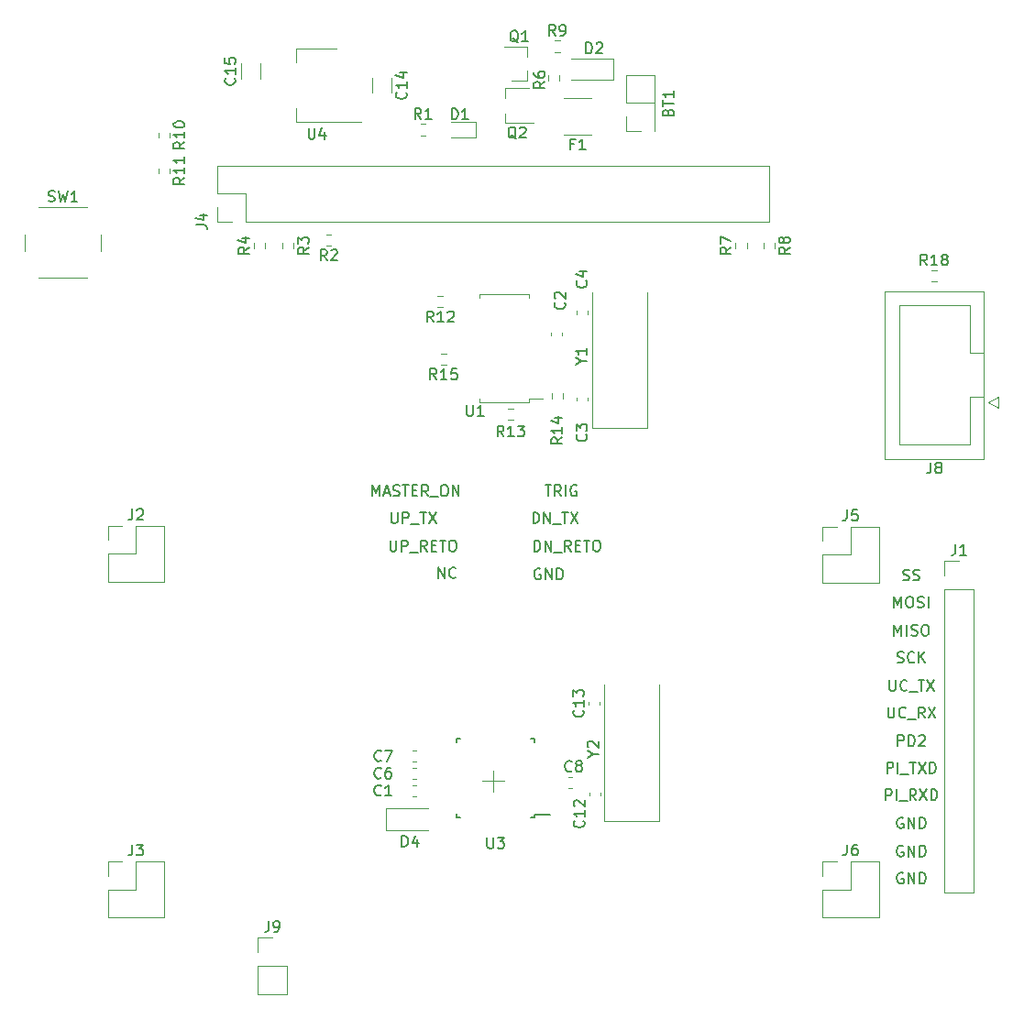
<source format=gto>
%TF.GenerationSoftware,KiCad,Pcbnew,(6.0.1)*%
%TF.CreationDate,2022-02-01T19:55:59+01:00*%
%TF.ProjectId,main_pcb,6d61696e-5f70-4636-922e-6b696361645f,rev?*%
%TF.SameCoordinates,PX8f0d180PY5f5e100*%
%TF.FileFunction,Legend,Top*%
%TF.FilePolarity,Positive*%
%FSLAX46Y46*%
G04 Gerber Fmt 4.6, Leading zero omitted, Abs format (unit mm)*
G04 Created by KiCad (PCBNEW (6.0.1)) date 2022-02-01 19:55:59*
%MOMM*%
%LPD*%
G01*
G04 APERTURE LIST*
%ADD10C,0.120000*%
%ADD11C,0.150000*%
G04 APERTURE END LIST*
D10*
X-1000000Y-23000000D02*
X1000000Y-23000000D01*
X0Y-22000000D02*
X0Y-24000000D01*
D11*
X4338095Y-3400000D02*
X4242857Y-3352380D01*
X4100000Y-3352380D01*
X3957142Y-3400000D01*
X3861904Y-3495238D01*
X3814285Y-3590476D01*
X3766666Y-3780952D01*
X3766666Y-3923809D01*
X3814285Y-4114285D01*
X3861904Y-4209523D01*
X3957142Y-4304761D01*
X4100000Y-4352380D01*
X4195238Y-4352380D01*
X4338095Y-4304761D01*
X4385714Y-4257142D01*
X4385714Y-3923809D01*
X4195238Y-3923809D01*
X4814285Y-4352380D02*
X4814285Y-3352380D01*
X5385714Y-4352380D01*
X5385714Y-3352380D01*
X5861904Y-4352380D02*
X5861904Y-3352380D01*
X6100000Y-3352380D01*
X6242857Y-3400000D01*
X6338095Y-3495238D01*
X6385714Y-3590476D01*
X6433333Y-3780952D01*
X6433333Y-3923809D01*
X6385714Y-4114285D01*
X6338095Y-4209523D01*
X6242857Y-4304761D01*
X6100000Y-4352380D01*
X5861904Y-4352380D01*
X37838095Y-4404761D02*
X37980952Y-4452380D01*
X38219047Y-4452380D01*
X38314285Y-4404761D01*
X38361904Y-4357142D01*
X38409523Y-4261904D01*
X38409523Y-4166666D01*
X38361904Y-4071428D01*
X38314285Y-4023809D01*
X38219047Y-3976190D01*
X38028571Y-3928571D01*
X37933333Y-3880952D01*
X37885714Y-3833333D01*
X37838095Y-3738095D01*
X37838095Y-3642857D01*
X37885714Y-3547619D01*
X37933333Y-3500000D01*
X38028571Y-3452380D01*
X38266666Y-3452380D01*
X38409523Y-3500000D01*
X38790476Y-4404761D02*
X38933333Y-4452380D01*
X39171428Y-4452380D01*
X39266666Y-4404761D01*
X39314285Y-4357142D01*
X39361904Y-4261904D01*
X39361904Y-4166666D01*
X39314285Y-4071428D01*
X39266666Y-4023809D01*
X39171428Y-3976190D01*
X38980952Y-3928571D01*
X38885714Y-3880952D01*
X38838095Y-3833333D01*
X38790476Y-3738095D01*
X38790476Y-3642857D01*
X38838095Y-3547619D01*
X38885714Y-3500000D01*
X38980952Y-3452380D01*
X39219047Y-3452380D01*
X39361904Y-3500000D01*
X37838095Y-26400000D02*
X37742857Y-26352380D01*
X37600000Y-26352380D01*
X37457142Y-26400000D01*
X37361904Y-26495238D01*
X37314285Y-26590476D01*
X37266666Y-26780952D01*
X37266666Y-26923809D01*
X37314285Y-27114285D01*
X37361904Y-27209523D01*
X37457142Y-27304761D01*
X37600000Y-27352380D01*
X37695238Y-27352380D01*
X37838095Y-27304761D01*
X37885714Y-27257142D01*
X37885714Y-26923809D01*
X37695238Y-26923809D01*
X38314285Y-27352380D02*
X38314285Y-26352380D01*
X38885714Y-27352380D01*
X38885714Y-26352380D01*
X39361904Y-27352380D02*
X39361904Y-26352380D01*
X39600000Y-26352380D01*
X39742857Y-26400000D01*
X39838095Y-26495238D01*
X39885714Y-26590476D01*
X39933333Y-26780952D01*
X39933333Y-26923809D01*
X39885714Y-27114285D01*
X39838095Y-27209523D01*
X39742857Y-27304761D01*
X39600000Y-27352380D01*
X39361904Y-27352380D01*
X36576190Y-13652380D02*
X36576190Y-14461904D01*
X36623809Y-14557142D01*
X36671428Y-14604761D01*
X36766666Y-14652380D01*
X36957142Y-14652380D01*
X37052380Y-14604761D01*
X37100000Y-14557142D01*
X37147619Y-14461904D01*
X37147619Y-13652380D01*
X38195238Y-14557142D02*
X38147619Y-14604761D01*
X38004761Y-14652380D01*
X37909523Y-14652380D01*
X37766666Y-14604761D01*
X37671428Y-14509523D01*
X37623809Y-14414285D01*
X37576190Y-14223809D01*
X37576190Y-14080952D01*
X37623809Y-13890476D01*
X37671428Y-13795238D01*
X37766666Y-13700000D01*
X37909523Y-13652380D01*
X38004761Y-13652380D01*
X38147619Y-13700000D01*
X38195238Y-13747619D01*
X38385714Y-14747619D02*
X39147619Y-14747619D01*
X39242857Y-13652380D02*
X39814285Y-13652380D01*
X39528571Y-14652380D02*
X39528571Y-13652380D01*
X40052380Y-13652380D02*
X40719047Y-14652380D01*
X40719047Y-13652380D02*
X40052380Y-14652380D01*
X37028571Y-9552380D02*
X37028571Y-8552380D01*
X37361904Y-9266666D01*
X37695238Y-8552380D01*
X37695238Y-9552380D01*
X38171428Y-9552380D02*
X38171428Y-8552380D01*
X38600000Y-9504761D02*
X38742857Y-9552380D01*
X38980952Y-9552380D01*
X39076190Y-9504761D01*
X39123809Y-9457142D01*
X39171428Y-9361904D01*
X39171428Y-9266666D01*
X39123809Y-9171428D01*
X39076190Y-9123809D01*
X38980952Y-9076190D01*
X38790476Y-9028571D01*
X38695238Y-8980952D01*
X38647619Y-8933333D01*
X38600000Y-8838095D01*
X38600000Y-8742857D01*
X38647619Y-8647619D01*
X38695238Y-8600000D01*
X38790476Y-8552380D01*
X39028571Y-8552380D01*
X39171428Y-8600000D01*
X39790476Y-8552380D02*
X39980952Y-8552380D01*
X40076190Y-8600000D01*
X40171428Y-8695238D01*
X40219047Y-8885714D01*
X40219047Y-9219047D01*
X40171428Y-9409523D01*
X40076190Y-9504761D01*
X39980952Y-9552380D01*
X39790476Y-9552380D01*
X39695238Y-9504761D01*
X39600000Y-9409523D01*
X39552380Y-9219047D01*
X39552380Y-8885714D01*
X39600000Y-8695238D01*
X39695238Y-8600000D01*
X39790476Y-8552380D01*
X37838095Y-31500000D02*
X37742857Y-31452380D01*
X37600000Y-31452380D01*
X37457142Y-31500000D01*
X37361904Y-31595238D01*
X37314285Y-31690476D01*
X37266666Y-31880952D01*
X37266666Y-32023809D01*
X37314285Y-32214285D01*
X37361904Y-32309523D01*
X37457142Y-32404761D01*
X37600000Y-32452380D01*
X37695238Y-32452380D01*
X37838095Y-32404761D01*
X37885714Y-32357142D01*
X37885714Y-32023809D01*
X37695238Y-32023809D01*
X38314285Y-32452380D02*
X38314285Y-31452380D01*
X38885714Y-32452380D01*
X38885714Y-31452380D01*
X39361904Y-32452380D02*
X39361904Y-31452380D01*
X39600000Y-31452380D01*
X39742857Y-31500000D01*
X39838095Y-31595238D01*
X39885714Y-31690476D01*
X39933333Y-31880952D01*
X39933333Y-32023809D01*
X39885714Y-32214285D01*
X39838095Y-32309523D01*
X39742857Y-32404761D01*
X39600000Y-32452380D01*
X39361904Y-32452380D01*
X3776190Y-1752380D02*
X3776190Y-752380D01*
X4014285Y-752380D01*
X4157142Y-800000D01*
X4252380Y-895238D01*
X4300000Y-990476D01*
X4347619Y-1180952D01*
X4347619Y-1323809D01*
X4300000Y-1514285D01*
X4252380Y-1609523D01*
X4157142Y-1704761D01*
X4014285Y-1752380D01*
X3776190Y-1752380D01*
X4776190Y-1752380D02*
X4776190Y-752380D01*
X5347619Y-1752380D01*
X5347619Y-752380D01*
X5585714Y-1847619D02*
X6347619Y-1847619D01*
X7157142Y-1752380D02*
X6823809Y-1276190D01*
X6585714Y-1752380D02*
X6585714Y-752380D01*
X6966666Y-752380D01*
X7061904Y-800000D01*
X7109523Y-847619D01*
X7157142Y-942857D01*
X7157142Y-1085714D01*
X7109523Y-1180952D01*
X7061904Y-1228571D01*
X6966666Y-1276190D01*
X6585714Y-1276190D01*
X7585714Y-1228571D02*
X7919047Y-1228571D01*
X8061904Y-1752380D02*
X7585714Y-1752380D01*
X7585714Y-752380D01*
X8061904Y-752380D01*
X8347619Y-752380D02*
X8919047Y-752380D01*
X8633333Y-1752380D02*
X8633333Y-752380D01*
X9442857Y-752380D02*
X9633333Y-752380D01*
X9728571Y-800000D01*
X9823809Y-895238D01*
X9871428Y-1085714D01*
X9871428Y-1419047D01*
X9823809Y-1609523D01*
X9728571Y-1704761D01*
X9633333Y-1752380D01*
X9442857Y-1752380D01*
X9347619Y-1704761D01*
X9252380Y-1609523D01*
X9204761Y-1419047D01*
X9204761Y-1085714D01*
X9252380Y-895238D01*
X9347619Y-800000D01*
X9442857Y-752380D01*
X-9423810Y1847620D02*
X-9423810Y1038096D01*
X-9376191Y942858D01*
X-9328572Y895239D01*
X-9233334Y847620D01*
X-9042858Y847620D01*
X-8947620Y895239D01*
X-8900000Y942858D01*
X-8852381Y1038096D01*
X-8852381Y1847620D01*
X-8376191Y847620D02*
X-8376191Y1847620D01*
X-7995239Y1847620D01*
X-7900000Y1800000D01*
X-7852381Y1752381D01*
X-7804762Y1657143D01*
X-7804762Y1514286D01*
X-7852381Y1419048D01*
X-7900000Y1371429D01*
X-7995239Y1323810D01*
X-8376191Y1323810D01*
X-7614286Y752381D02*
X-6852381Y752381D01*
X-6757143Y1847620D02*
X-6185715Y1847620D01*
X-6471429Y847620D02*
X-6471429Y1847620D01*
X-5947620Y1847620D02*
X-5280953Y847620D01*
X-5280953Y1847620D02*
X-5947620Y847620D01*
X37314285Y-12004761D02*
X37457142Y-12052380D01*
X37695238Y-12052380D01*
X37790476Y-12004761D01*
X37838095Y-11957142D01*
X37885714Y-11861904D01*
X37885714Y-11766666D01*
X37838095Y-11671428D01*
X37790476Y-11623809D01*
X37695238Y-11576190D01*
X37504761Y-11528571D01*
X37409523Y-11480952D01*
X37361904Y-11433333D01*
X37314285Y-11338095D01*
X37314285Y-11242857D01*
X37361904Y-11147619D01*
X37409523Y-11100000D01*
X37504761Y-11052380D01*
X37742857Y-11052380D01*
X37885714Y-11100000D01*
X38885714Y-11957142D02*
X38838095Y-12004761D01*
X38695238Y-12052380D01*
X38600000Y-12052380D01*
X38457142Y-12004761D01*
X38361904Y-11909523D01*
X38314285Y-11814285D01*
X38266666Y-11623809D01*
X38266666Y-11480952D01*
X38314285Y-11290476D01*
X38361904Y-11195238D01*
X38457142Y-11100000D01*
X38600000Y-11052380D01*
X38695238Y-11052380D01*
X38838095Y-11100000D01*
X38885714Y-11147619D01*
X39314285Y-12052380D02*
X39314285Y-11052380D01*
X39885714Y-12052380D02*
X39457142Y-11480952D01*
X39885714Y-11052380D02*
X39314285Y-11623809D01*
X37361904Y-19752380D02*
X37361904Y-18752380D01*
X37742857Y-18752380D01*
X37838095Y-18800000D01*
X37885714Y-18847619D01*
X37933333Y-18942857D01*
X37933333Y-19085714D01*
X37885714Y-19180952D01*
X37838095Y-19228571D01*
X37742857Y-19276190D01*
X37361904Y-19276190D01*
X38361904Y-19752380D02*
X38361904Y-18752380D01*
X38600000Y-18752380D01*
X38742857Y-18800000D01*
X38838095Y-18895238D01*
X38885714Y-18990476D01*
X38933333Y-19180952D01*
X38933333Y-19323809D01*
X38885714Y-19514285D01*
X38838095Y-19609523D01*
X38742857Y-19704761D01*
X38600000Y-19752380D01*
X38361904Y-19752380D01*
X39314285Y-18847619D02*
X39361904Y-18800000D01*
X39457142Y-18752380D01*
X39695238Y-18752380D01*
X39790476Y-18800000D01*
X39838095Y-18847619D01*
X39885714Y-18942857D01*
X39885714Y-19038095D01*
X39838095Y-19180952D01*
X39266666Y-19752380D01*
X39885714Y-19752380D01*
X4776190Y4347620D02*
X5347619Y4347620D01*
X5061904Y3347620D02*
X5061904Y4347620D01*
X6252380Y3347620D02*
X5919047Y3823810D01*
X5680952Y3347620D02*
X5680952Y4347620D01*
X6061904Y4347620D01*
X6157142Y4300000D01*
X6204761Y4252381D01*
X6252380Y4157143D01*
X6252380Y4014286D01*
X6204761Y3919048D01*
X6157142Y3871429D01*
X6061904Y3823810D01*
X5680952Y3823810D01*
X6680952Y3347620D02*
X6680952Y4347620D01*
X7680952Y4300000D02*
X7585714Y4347620D01*
X7442857Y4347620D01*
X7300000Y4300000D01*
X7204761Y4204762D01*
X7157142Y4109524D01*
X7109523Y3919048D01*
X7109523Y3776191D01*
X7157142Y3585715D01*
X7204761Y3490477D01*
X7300000Y3395239D01*
X7442857Y3347620D01*
X7538095Y3347620D01*
X7680952Y3395239D01*
X7728571Y3442858D01*
X7728571Y3776191D01*
X7538095Y3776191D01*
X3676190Y847620D02*
X3676190Y1847620D01*
X3914285Y1847620D01*
X4057142Y1800000D01*
X4152380Y1704762D01*
X4200000Y1609524D01*
X4247619Y1419048D01*
X4247619Y1276191D01*
X4200000Y1085715D01*
X4152380Y990477D01*
X4057142Y895239D01*
X3914285Y847620D01*
X3676190Y847620D01*
X4676190Y847620D02*
X4676190Y1847620D01*
X5247619Y847620D01*
X5247619Y1847620D01*
X5485714Y752381D02*
X6247619Y752381D01*
X6342857Y1847620D02*
X6914285Y1847620D01*
X6628571Y847620D02*
X6628571Y1847620D01*
X7152380Y1847620D02*
X7819047Y847620D01*
X7819047Y1847620D02*
X7152380Y847620D01*
X37028571Y-6952380D02*
X37028571Y-5952380D01*
X37361904Y-6666666D01*
X37695238Y-5952380D01*
X37695238Y-6952380D01*
X38361904Y-5952380D02*
X38552380Y-5952380D01*
X38647619Y-6000000D01*
X38742857Y-6095238D01*
X38790476Y-6285714D01*
X38790476Y-6619047D01*
X38742857Y-6809523D01*
X38647619Y-6904761D01*
X38552380Y-6952380D01*
X38361904Y-6952380D01*
X38266666Y-6904761D01*
X38171428Y-6809523D01*
X38123809Y-6619047D01*
X38123809Y-6285714D01*
X38171428Y-6095238D01*
X38266666Y-6000000D01*
X38361904Y-5952380D01*
X39171428Y-6904761D02*
X39314285Y-6952380D01*
X39552380Y-6952380D01*
X39647619Y-6904761D01*
X39695238Y-6857142D01*
X39742857Y-6761904D01*
X39742857Y-6666666D01*
X39695238Y-6571428D01*
X39647619Y-6523809D01*
X39552380Y-6476190D01*
X39361904Y-6428571D01*
X39266666Y-6380952D01*
X39219047Y-6333333D01*
X39171428Y-6238095D01*
X39171428Y-6142857D01*
X39219047Y-6047619D01*
X39266666Y-6000000D01*
X39361904Y-5952380D01*
X39600000Y-5952380D01*
X39742857Y-6000000D01*
X40171428Y-6952380D02*
X40171428Y-5952380D01*
X-11200000Y3347620D02*
X-11200000Y4347620D01*
X-10866667Y3633334D01*
X-10533334Y4347620D01*
X-10533334Y3347620D01*
X-10104762Y3633334D02*
X-9628572Y3633334D01*
X-10200000Y3347620D02*
X-9866667Y4347620D01*
X-9533334Y3347620D01*
X-9247620Y3395239D02*
X-9104762Y3347620D01*
X-8866667Y3347620D01*
X-8771429Y3395239D01*
X-8723810Y3442858D01*
X-8676191Y3538096D01*
X-8676191Y3633334D01*
X-8723810Y3728572D01*
X-8771429Y3776191D01*
X-8866667Y3823810D01*
X-9057143Y3871429D01*
X-9152381Y3919048D01*
X-9200000Y3966667D01*
X-9247620Y4061905D01*
X-9247620Y4157143D01*
X-9200000Y4252381D01*
X-9152381Y4300000D01*
X-9057143Y4347620D01*
X-8819048Y4347620D01*
X-8676191Y4300000D01*
X-8390477Y4347620D02*
X-7819048Y4347620D01*
X-8104762Y3347620D02*
X-8104762Y4347620D01*
X-7485715Y3871429D02*
X-7152381Y3871429D01*
X-7009524Y3347620D02*
X-7485715Y3347620D01*
X-7485715Y4347620D01*
X-7009524Y4347620D01*
X-6009524Y3347620D02*
X-6342858Y3823810D01*
X-6580953Y3347620D02*
X-6580953Y4347620D01*
X-6200000Y4347620D01*
X-6104762Y4300000D01*
X-6057143Y4252381D01*
X-6009524Y4157143D01*
X-6009524Y4014286D01*
X-6057143Y3919048D01*
X-6104762Y3871429D01*
X-6200000Y3823810D01*
X-6580953Y3823810D01*
X-5819048Y3252381D02*
X-5057143Y3252381D01*
X-4628572Y4347620D02*
X-4438096Y4347620D01*
X-4342858Y4300000D01*
X-4247620Y4204762D01*
X-4200000Y4014286D01*
X-4200000Y3680953D01*
X-4247620Y3490477D01*
X-4342858Y3395239D01*
X-4438096Y3347620D01*
X-4628572Y3347620D01*
X-4723810Y3395239D01*
X-4819048Y3490477D01*
X-4866667Y3680953D01*
X-4866667Y4014286D01*
X-4819048Y4204762D01*
X-4723810Y4300000D01*
X-4628572Y4347620D01*
X-3771429Y3347620D02*
X-3771429Y4347620D01*
X-3200000Y3347620D01*
X-3200000Y4347620D01*
X-5085715Y-4252380D02*
X-5085715Y-3252380D01*
X-4514286Y-4252380D01*
X-4514286Y-3252380D01*
X-3466667Y-4157142D02*
X-3514286Y-4204761D01*
X-3657143Y-4252380D01*
X-3752381Y-4252380D01*
X-3895239Y-4204761D01*
X-3990477Y-4109523D01*
X-4038096Y-4014285D01*
X-4085715Y-3823809D01*
X-4085715Y-3680952D01*
X-4038096Y-3490476D01*
X-3990477Y-3395238D01*
X-3895239Y-3300000D01*
X-3752381Y-3252380D01*
X-3657143Y-3252380D01*
X-3514286Y-3300000D01*
X-3466667Y-3347619D01*
X-9523810Y-752380D02*
X-9523810Y-1561904D01*
X-9476191Y-1657142D01*
X-9428572Y-1704761D01*
X-9333334Y-1752380D01*
X-9142858Y-1752380D01*
X-9047620Y-1704761D01*
X-9000000Y-1657142D01*
X-8952381Y-1561904D01*
X-8952381Y-752380D01*
X-8476191Y-1752380D02*
X-8476191Y-752380D01*
X-8095239Y-752380D01*
X-8000000Y-800000D01*
X-7952381Y-847619D01*
X-7904762Y-942857D01*
X-7904762Y-1085714D01*
X-7952381Y-1180952D01*
X-8000000Y-1228571D01*
X-8095239Y-1276190D01*
X-8476191Y-1276190D01*
X-7714286Y-1847619D02*
X-6952381Y-1847619D01*
X-6142858Y-1752380D02*
X-6476191Y-1276190D01*
X-6714286Y-1752380D02*
X-6714286Y-752380D01*
X-6333334Y-752380D01*
X-6238096Y-800000D01*
X-6190477Y-847619D01*
X-6142858Y-942857D01*
X-6142858Y-1085714D01*
X-6190477Y-1180952D01*
X-6238096Y-1228571D01*
X-6333334Y-1276190D01*
X-6714286Y-1276190D01*
X-5714286Y-1228571D02*
X-5380953Y-1228571D01*
X-5238096Y-1752380D02*
X-5714286Y-1752380D01*
X-5714286Y-752380D01*
X-5238096Y-752380D01*
X-4952381Y-752380D02*
X-4380953Y-752380D01*
X-4666667Y-1752380D02*
X-4666667Y-752380D01*
X-3857143Y-752380D02*
X-3666667Y-752380D01*
X-3571429Y-800000D01*
X-3476191Y-895238D01*
X-3428572Y-1085714D01*
X-3428572Y-1419047D01*
X-3476191Y-1609523D01*
X-3571429Y-1704761D01*
X-3666667Y-1752380D01*
X-3857143Y-1752380D01*
X-3952381Y-1704761D01*
X-4047620Y-1609523D01*
X-4095239Y-1419047D01*
X-4095239Y-1085714D01*
X-4047620Y-895238D01*
X-3952381Y-800000D01*
X-3857143Y-752380D01*
X37838095Y-29000000D02*
X37742857Y-28952380D01*
X37600000Y-28952380D01*
X37457142Y-29000000D01*
X37361904Y-29095238D01*
X37314285Y-29190476D01*
X37266666Y-29380952D01*
X37266666Y-29523809D01*
X37314285Y-29714285D01*
X37361904Y-29809523D01*
X37457142Y-29904761D01*
X37600000Y-29952380D01*
X37695238Y-29952380D01*
X37838095Y-29904761D01*
X37885714Y-29857142D01*
X37885714Y-29523809D01*
X37695238Y-29523809D01*
X38314285Y-29952380D02*
X38314285Y-28952380D01*
X38885714Y-29952380D01*
X38885714Y-28952380D01*
X39361904Y-29952380D02*
X39361904Y-28952380D01*
X39600000Y-28952380D01*
X39742857Y-29000000D01*
X39838095Y-29095238D01*
X39885714Y-29190476D01*
X39933333Y-29380952D01*
X39933333Y-29523809D01*
X39885714Y-29714285D01*
X39838095Y-29809523D01*
X39742857Y-29904761D01*
X39600000Y-29952380D01*
X39361904Y-29952380D01*
X36361904Y-22252380D02*
X36361904Y-21252380D01*
X36742857Y-21252380D01*
X36838095Y-21300000D01*
X36885714Y-21347619D01*
X36933333Y-21442857D01*
X36933333Y-21585714D01*
X36885714Y-21680952D01*
X36838095Y-21728571D01*
X36742857Y-21776190D01*
X36361904Y-21776190D01*
X37361904Y-22252380D02*
X37361904Y-21252380D01*
X37600000Y-22347619D02*
X38361904Y-22347619D01*
X38457142Y-21252380D02*
X39028571Y-21252380D01*
X38742857Y-22252380D02*
X38742857Y-21252380D01*
X39266666Y-21252380D02*
X39933333Y-22252380D01*
X39933333Y-21252380D02*
X39266666Y-22252380D01*
X40314285Y-22252380D02*
X40314285Y-21252380D01*
X40552380Y-21252380D01*
X40695238Y-21300000D01*
X40790476Y-21395238D01*
X40838095Y-21490476D01*
X40885714Y-21680952D01*
X40885714Y-21823809D01*
X40838095Y-22014285D01*
X40790476Y-22109523D01*
X40695238Y-22204761D01*
X40552380Y-22252380D01*
X40314285Y-22252380D01*
X36242857Y-24752380D02*
X36242857Y-23752380D01*
X36623809Y-23752380D01*
X36719047Y-23800000D01*
X36766666Y-23847619D01*
X36814285Y-23942857D01*
X36814285Y-24085714D01*
X36766666Y-24180952D01*
X36719047Y-24228571D01*
X36623809Y-24276190D01*
X36242857Y-24276190D01*
X37242857Y-24752380D02*
X37242857Y-23752380D01*
X37480952Y-24847619D02*
X38242857Y-24847619D01*
X39052380Y-24752380D02*
X38719047Y-24276190D01*
X38480952Y-24752380D02*
X38480952Y-23752380D01*
X38861904Y-23752380D01*
X38957142Y-23800000D01*
X39004761Y-23847619D01*
X39052380Y-23942857D01*
X39052380Y-24085714D01*
X39004761Y-24180952D01*
X38957142Y-24228571D01*
X38861904Y-24276190D01*
X38480952Y-24276190D01*
X39385714Y-23752380D02*
X40052380Y-24752380D01*
X40052380Y-23752380D02*
X39385714Y-24752380D01*
X40433333Y-24752380D02*
X40433333Y-23752380D01*
X40671428Y-23752380D01*
X40814285Y-23800000D01*
X40909523Y-23895238D01*
X40957142Y-23990476D01*
X41004761Y-24180952D01*
X41004761Y-24323809D01*
X40957142Y-24514285D01*
X40909523Y-24609523D01*
X40814285Y-24704761D01*
X40671428Y-24752380D01*
X40433333Y-24752380D01*
X36457142Y-16152380D02*
X36457142Y-16961904D01*
X36504761Y-17057142D01*
X36552380Y-17104761D01*
X36647619Y-17152380D01*
X36838095Y-17152380D01*
X36933333Y-17104761D01*
X36980952Y-17057142D01*
X37028571Y-16961904D01*
X37028571Y-16152380D01*
X38076190Y-17057142D02*
X38028571Y-17104761D01*
X37885714Y-17152380D01*
X37790476Y-17152380D01*
X37647619Y-17104761D01*
X37552380Y-17009523D01*
X37504761Y-16914285D01*
X37457142Y-16723809D01*
X37457142Y-16580952D01*
X37504761Y-16390476D01*
X37552380Y-16295238D01*
X37647619Y-16200000D01*
X37790476Y-16152380D01*
X37885714Y-16152380D01*
X38028571Y-16200000D01*
X38076190Y-16247619D01*
X38266666Y-17247619D02*
X39028571Y-17247619D01*
X39838095Y-17152380D02*
X39504761Y-16676190D01*
X39266666Y-17152380D02*
X39266666Y-16152380D01*
X39647619Y-16152380D01*
X39742857Y-16200000D01*
X39790476Y-16247619D01*
X39838095Y-16342857D01*
X39838095Y-16485714D01*
X39790476Y-16580952D01*
X39742857Y-16628571D01*
X39647619Y-16676190D01*
X39266666Y-16676190D01*
X40171428Y-16152380D02*
X40838095Y-17152380D01*
X40838095Y-16152380D02*
X40171428Y-17152380D01*
%TO.C,BT1*%
X16128571Y38814286D02*
X16176190Y38957143D01*
X16223809Y39004762D01*
X16319047Y39052381D01*
X16461904Y39052381D01*
X16557142Y39004762D01*
X16604761Y38957143D01*
X16652380Y38861905D01*
X16652380Y38480953D01*
X15652380Y38480953D01*
X15652380Y38814286D01*
X15700000Y38909524D01*
X15747619Y38957143D01*
X15842857Y39004762D01*
X15938095Y39004762D01*
X16033333Y38957143D01*
X16080952Y38909524D01*
X16128571Y38814286D01*
X16128571Y38480953D01*
X15652380Y39338096D02*
X15652380Y39909524D01*
X16652380Y39623810D02*
X15652380Y39623810D01*
X16652380Y40766667D02*
X16652380Y40195239D01*
X16652380Y40480953D02*
X15652380Y40480953D01*
X15795238Y40385715D01*
X15890476Y40290477D01*
X15938095Y40195239D01*
%TO.C,C1*%
X-10366667Y-24257142D02*
X-10414286Y-24304761D01*
X-10557143Y-24352380D01*
X-10652381Y-24352380D01*
X-10795239Y-24304761D01*
X-10890477Y-24209523D01*
X-10938096Y-24114285D01*
X-10985715Y-23923809D01*
X-10985715Y-23780952D01*
X-10938096Y-23590476D01*
X-10890477Y-23495238D01*
X-10795239Y-23400000D01*
X-10652381Y-23352380D01*
X-10557143Y-23352380D01*
X-10414286Y-23400000D01*
X-10366667Y-23447619D01*
X-9414286Y-24352380D02*
X-9985715Y-24352380D01*
X-9700000Y-24352380D02*
X-9700000Y-23352380D01*
X-9795239Y-23495238D01*
X-9890477Y-23590476D01*
X-9985715Y-23638095D01*
%TO.C,C4*%
X8557142Y23233334D02*
X8604761Y23185715D01*
X8652380Y23042858D01*
X8652380Y22947620D01*
X8604761Y22804762D01*
X8509523Y22709524D01*
X8414285Y22661905D01*
X8223809Y22614286D01*
X8080952Y22614286D01*
X7890476Y22661905D01*
X7795238Y22709524D01*
X7700000Y22804762D01*
X7652380Y22947620D01*
X7652380Y23042858D01*
X7700000Y23185715D01*
X7747619Y23233334D01*
X7985714Y24090477D02*
X8652380Y24090477D01*
X7604761Y23852381D02*
X8319047Y23614286D01*
X8319047Y24233334D01*
%TO.C,C6*%
X-10366667Y-22657142D02*
X-10414286Y-22704761D01*
X-10557143Y-22752380D01*
X-10652381Y-22752380D01*
X-10795239Y-22704761D01*
X-10890477Y-22609523D01*
X-10938096Y-22514285D01*
X-10985715Y-22323809D01*
X-10985715Y-22180952D01*
X-10938096Y-21990476D01*
X-10890477Y-21895238D01*
X-10795239Y-21800000D01*
X-10652381Y-21752380D01*
X-10557143Y-21752380D01*
X-10414286Y-21800000D01*
X-10366667Y-21847619D01*
X-9509524Y-21752380D02*
X-9700000Y-21752380D01*
X-9795239Y-21800000D01*
X-9842858Y-21847619D01*
X-9938096Y-21990476D01*
X-9985715Y-22180952D01*
X-9985715Y-22561904D01*
X-9938096Y-22657142D01*
X-9890477Y-22704761D01*
X-9795239Y-22752380D01*
X-9604762Y-22752380D01*
X-9509524Y-22704761D01*
X-9461905Y-22657142D01*
X-9414286Y-22561904D01*
X-9414286Y-22323809D01*
X-9461905Y-22228571D01*
X-9509524Y-22180952D01*
X-9604762Y-22133333D01*
X-9795239Y-22133333D01*
X-9890477Y-22180952D01*
X-9938096Y-22228571D01*
X-9985715Y-22323809D01*
%TO.C,C7*%
X-10366667Y-21057142D02*
X-10414286Y-21104761D01*
X-10557143Y-21152380D01*
X-10652381Y-21152380D01*
X-10795239Y-21104761D01*
X-10890477Y-21009523D01*
X-10938096Y-20914285D01*
X-10985715Y-20723809D01*
X-10985715Y-20580952D01*
X-10938096Y-20390476D01*
X-10890477Y-20295238D01*
X-10795239Y-20200000D01*
X-10652381Y-20152380D01*
X-10557143Y-20152380D01*
X-10414286Y-20200000D01*
X-10366667Y-20247619D01*
X-10033334Y-20152380D02*
X-9366667Y-20152380D01*
X-9795239Y-21152380D01*
%TO.C,C12*%
X8327142Y-26642857D02*
X8374761Y-26690476D01*
X8422380Y-26833333D01*
X8422380Y-26928571D01*
X8374761Y-27071428D01*
X8279523Y-27166666D01*
X8184285Y-27214285D01*
X7993809Y-27261904D01*
X7850952Y-27261904D01*
X7660476Y-27214285D01*
X7565238Y-27166666D01*
X7470000Y-27071428D01*
X7422380Y-26928571D01*
X7422380Y-26833333D01*
X7470000Y-26690476D01*
X7517619Y-26642857D01*
X8422380Y-25690476D02*
X8422380Y-26261904D01*
X8422380Y-25976190D02*
X7422380Y-25976190D01*
X7565238Y-26071428D01*
X7660476Y-26166666D01*
X7708095Y-26261904D01*
X7517619Y-25309523D02*
X7470000Y-25261904D01*
X7422380Y-25166666D01*
X7422380Y-24928571D01*
X7470000Y-24833333D01*
X7517619Y-24785714D01*
X7612857Y-24738095D01*
X7708095Y-24738095D01*
X7850952Y-24785714D01*
X8422380Y-25357142D01*
X8422380Y-24738095D01*
%TO.C,C13*%
X8257142Y-16442857D02*
X8304761Y-16490476D01*
X8352380Y-16633333D01*
X8352380Y-16728571D01*
X8304761Y-16871428D01*
X8209523Y-16966666D01*
X8114285Y-17014285D01*
X7923809Y-17061904D01*
X7780952Y-17061904D01*
X7590476Y-17014285D01*
X7495238Y-16966666D01*
X7400000Y-16871428D01*
X7352380Y-16728571D01*
X7352380Y-16633333D01*
X7400000Y-16490476D01*
X7447619Y-16442857D01*
X8352380Y-15490476D02*
X8352380Y-16061904D01*
X8352380Y-15776190D02*
X7352380Y-15776190D01*
X7495238Y-15871428D01*
X7590476Y-15966666D01*
X7638095Y-16061904D01*
X7352380Y-15157142D02*
X7352380Y-14538095D01*
X7733333Y-14871428D01*
X7733333Y-14728571D01*
X7780952Y-14633333D01*
X7828571Y-14585714D01*
X7923809Y-14538095D01*
X8161904Y-14538095D01*
X8257142Y-14585714D01*
X8304761Y-14633333D01*
X8352380Y-14728571D01*
X8352380Y-15014285D01*
X8304761Y-15109523D01*
X8257142Y-15157142D01*
%TO.C,C14*%
X-8092858Y40657143D02*
X-8045239Y40609524D01*
X-7997620Y40466667D01*
X-7997620Y40371429D01*
X-8045239Y40228572D01*
X-8140477Y40133334D01*
X-8235715Y40085715D01*
X-8426191Y40038096D01*
X-8569048Y40038096D01*
X-8759524Y40085715D01*
X-8854762Y40133334D01*
X-8950000Y40228572D01*
X-8997620Y40371429D01*
X-8997620Y40466667D01*
X-8950000Y40609524D01*
X-8902381Y40657143D01*
X-7997620Y41609524D02*
X-7997620Y41038096D01*
X-7997620Y41323810D02*
X-8997620Y41323810D01*
X-8854762Y41228572D01*
X-8759524Y41133334D01*
X-8711905Y41038096D01*
X-8664286Y42466667D02*
X-7997620Y42466667D01*
X-9045239Y42228572D02*
X-8330953Y41990477D01*
X-8330953Y42609524D01*
%TO.C,C15*%
X-23892858Y41957143D02*
X-23845239Y41909524D01*
X-23797620Y41766667D01*
X-23797620Y41671429D01*
X-23845239Y41528572D01*
X-23940477Y41433334D01*
X-24035715Y41385715D01*
X-24226191Y41338096D01*
X-24369048Y41338096D01*
X-24559524Y41385715D01*
X-24654762Y41433334D01*
X-24750000Y41528572D01*
X-24797620Y41671429D01*
X-24797620Y41766667D01*
X-24750000Y41909524D01*
X-24702381Y41957143D01*
X-23797620Y42909524D02*
X-23797620Y42338096D01*
X-23797620Y42623810D02*
X-24797620Y42623810D01*
X-24654762Y42528572D01*
X-24559524Y42433334D01*
X-24511905Y42338096D01*
X-24797620Y43814286D02*
X-24797620Y43338096D01*
X-24321429Y43290477D01*
X-24369048Y43338096D01*
X-24416667Y43433334D01*
X-24416667Y43671429D01*
X-24369048Y43766667D01*
X-24321429Y43814286D01*
X-24226191Y43861905D01*
X-23988096Y43861905D01*
X-23892858Y43814286D01*
X-23845239Y43766667D01*
X-23797620Y43671429D01*
X-23797620Y43433334D01*
X-23845239Y43338096D01*
X-23892858Y43290477D01*
%TO.C,D2*%
X8561904Y44247620D02*
X8561904Y45247620D01*
X8800000Y45247620D01*
X8942857Y45200000D01*
X9038095Y45104762D01*
X9085714Y45009524D01*
X9133333Y44819048D01*
X9133333Y44676191D01*
X9085714Y44485715D01*
X9038095Y44390477D01*
X8942857Y44295239D01*
X8800000Y44247620D01*
X8561904Y44247620D01*
X9514285Y45152381D02*
X9561904Y45200000D01*
X9657142Y45247620D01*
X9895238Y45247620D01*
X9990476Y45200000D01*
X10038095Y45152381D01*
X10085714Y45057143D01*
X10085714Y44961905D01*
X10038095Y44819048D01*
X9466666Y44247620D01*
X10085714Y44247620D01*
%TO.C,F1*%
X7466666Y35871429D02*
X7133333Y35871429D01*
X7133333Y35347620D02*
X7133333Y36347620D01*
X7609523Y36347620D01*
X8514285Y35347620D02*
X7942857Y35347620D01*
X8228571Y35347620D02*
X8228571Y36347620D01*
X8133333Y36204762D01*
X8038095Y36109524D01*
X7942857Y36061905D01*
%TO.C,J1*%
X42666666Y-1122380D02*
X42666666Y-1836666D01*
X42619047Y-1979523D01*
X42523809Y-2074761D01*
X42380952Y-2122380D01*
X42285714Y-2122380D01*
X43666666Y-2122380D02*
X43095238Y-2122380D01*
X43380952Y-2122380D02*
X43380952Y-1122380D01*
X43285714Y-1265238D01*
X43190476Y-1360476D01*
X43095238Y-1408095D01*
%TO.C,J2*%
X-33333334Y2147620D02*
X-33333334Y1433334D01*
X-33380953Y1290477D01*
X-33476191Y1195239D01*
X-33619048Y1147620D01*
X-33714286Y1147620D01*
X-32904762Y2052381D02*
X-32857143Y2100000D01*
X-32761905Y2147620D01*
X-32523810Y2147620D01*
X-32428572Y2100000D01*
X-32380953Y2052381D01*
X-32333334Y1957143D01*
X-32333334Y1861905D01*
X-32380953Y1719048D01*
X-32952381Y1147620D01*
X-32333334Y1147620D01*
%TO.C,J3*%
X-33333334Y-28852380D02*
X-33333334Y-29566666D01*
X-33380953Y-29709523D01*
X-33476191Y-29804761D01*
X-33619048Y-29852380D01*
X-33714286Y-29852380D01*
X-32952381Y-28852380D02*
X-32333334Y-28852380D01*
X-32666667Y-29233333D01*
X-32523810Y-29233333D01*
X-32428572Y-29280952D01*
X-32380953Y-29328571D01*
X-32333334Y-29423809D01*
X-32333334Y-29661904D01*
X-32380953Y-29757142D01*
X-32428572Y-29804761D01*
X-32523810Y-29852380D01*
X-32809524Y-29852380D01*
X-32904762Y-29804761D01*
X-32952381Y-29757142D01*
%TO.C,J5*%
X32666666Y2077620D02*
X32666666Y1363334D01*
X32619047Y1220477D01*
X32523809Y1125239D01*
X32380952Y1077620D01*
X32285714Y1077620D01*
X33619047Y2077620D02*
X33142857Y2077620D01*
X33095238Y1601429D01*
X33142857Y1649048D01*
X33238095Y1696667D01*
X33476190Y1696667D01*
X33571428Y1649048D01*
X33619047Y1601429D01*
X33666666Y1506191D01*
X33666666Y1268096D01*
X33619047Y1172858D01*
X33571428Y1125239D01*
X33476190Y1077620D01*
X33238095Y1077620D01*
X33142857Y1125239D01*
X33095238Y1172858D01*
%TO.C,J6*%
X32666666Y-28852380D02*
X32666666Y-29566666D01*
X32619047Y-29709523D01*
X32523809Y-29804761D01*
X32380952Y-29852380D01*
X32285714Y-29852380D01*
X33571428Y-28852380D02*
X33380952Y-28852380D01*
X33285714Y-28900000D01*
X33238095Y-28947619D01*
X33142857Y-29090476D01*
X33095238Y-29280952D01*
X33095238Y-29661904D01*
X33142857Y-29757142D01*
X33190476Y-29804761D01*
X33285714Y-29852380D01*
X33476190Y-29852380D01*
X33571428Y-29804761D01*
X33619047Y-29757142D01*
X33666666Y-29661904D01*
X33666666Y-29423809D01*
X33619047Y-29328571D01*
X33571428Y-29280952D01*
X33476190Y-29233333D01*
X33285714Y-29233333D01*
X33190476Y-29280952D01*
X33142857Y-29328571D01*
X33095238Y-29423809D01*
%TO.C,J8*%
X40396666Y6447620D02*
X40396666Y5733334D01*
X40349047Y5590477D01*
X40253809Y5495239D01*
X40110952Y5447620D01*
X40015714Y5447620D01*
X41015714Y6019048D02*
X40920476Y6066667D01*
X40872857Y6114286D01*
X40825238Y6209524D01*
X40825238Y6257143D01*
X40872857Y6352381D01*
X40920476Y6400000D01*
X41015714Y6447620D01*
X41206190Y6447620D01*
X41301428Y6400000D01*
X41349047Y6352381D01*
X41396666Y6257143D01*
X41396666Y6209524D01*
X41349047Y6114286D01*
X41301428Y6066667D01*
X41206190Y6019048D01*
X41015714Y6019048D01*
X40920476Y5971429D01*
X40872857Y5923810D01*
X40825238Y5828572D01*
X40825238Y5638096D01*
X40872857Y5542858D01*
X40920476Y5495239D01*
X41015714Y5447620D01*
X41206190Y5447620D01*
X41301428Y5495239D01*
X41349047Y5542858D01*
X41396666Y5638096D01*
X41396666Y5828572D01*
X41349047Y5923810D01*
X41301428Y5971429D01*
X41206190Y6019048D01*
%TO.C,Q1*%
X2304761Y45252381D02*
X2209523Y45300000D01*
X2114285Y45395239D01*
X1971428Y45538096D01*
X1876190Y45585715D01*
X1780952Y45585715D01*
X1828571Y45347620D02*
X1733333Y45395239D01*
X1638095Y45490477D01*
X1590476Y45680953D01*
X1590476Y46014286D01*
X1638095Y46204762D01*
X1733333Y46300000D01*
X1828571Y46347620D01*
X2019047Y46347620D01*
X2114285Y46300000D01*
X2209523Y46204762D01*
X2257142Y46014286D01*
X2257142Y45680953D01*
X2209523Y45490477D01*
X2114285Y45395239D01*
X2019047Y45347620D01*
X1828571Y45347620D01*
X3209523Y45347620D02*
X2638095Y45347620D01*
X2923809Y45347620D02*
X2923809Y46347620D01*
X2828571Y46204762D01*
X2733333Y46109524D01*
X2638095Y46061905D01*
%TO.C,R2*%
X-15366667Y25117620D02*
X-15700000Y25593810D01*
X-15938096Y25117620D02*
X-15938096Y26117620D01*
X-15557143Y26117620D01*
X-15461905Y26070000D01*
X-15414286Y26022381D01*
X-15366667Y25927143D01*
X-15366667Y25784286D01*
X-15414286Y25689048D01*
X-15461905Y25641429D01*
X-15557143Y25593810D01*
X-15938096Y25593810D01*
X-14985715Y26022381D02*
X-14938096Y26070000D01*
X-14842858Y26117620D01*
X-14604762Y26117620D01*
X-14509524Y26070000D01*
X-14461905Y26022381D01*
X-14414286Y25927143D01*
X-14414286Y25831905D01*
X-14461905Y25689048D01*
X-15033334Y25117620D01*
X-14414286Y25117620D01*
%TO.C,R6*%
X4752380Y41633334D02*
X4276190Y41300000D01*
X4752380Y41061905D02*
X3752380Y41061905D01*
X3752380Y41442858D01*
X3800000Y41538096D01*
X3847619Y41585715D01*
X3942857Y41633334D01*
X4085714Y41633334D01*
X4180952Y41585715D01*
X4228571Y41538096D01*
X4276190Y41442858D01*
X4276190Y41061905D01*
X3752380Y42490477D02*
X3752380Y42300000D01*
X3800000Y42204762D01*
X3847619Y42157143D01*
X3990476Y42061905D01*
X4180952Y42014286D01*
X4561904Y42014286D01*
X4657142Y42061905D01*
X4704761Y42109524D01*
X4752380Y42204762D01*
X4752380Y42395239D01*
X4704761Y42490477D01*
X4657142Y42538096D01*
X4561904Y42585715D01*
X4323809Y42585715D01*
X4228571Y42538096D01*
X4180952Y42490477D01*
X4133333Y42395239D01*
X4133333Y42204762D01*
X4180952Y42109524D01*
X4228571Y42061905D01*
X4323809Y42014286D01*
%TO.C,R7*%
X21952380Y26333334D02*
X21476190Y26000000D01*
X21952380Y25761905D02*
X20952380Y25761905D01*
X20952380Y26142858D01*
X21000000Y26238096D01*
X21047619Y26285715D01*
X21142857Y26333334D01*
X21285714Y26333334D01*
X21380952Y26285715D01*
X21428571Y26238096D01*
X21476190Y26142858D01*
X21476190Y25761905D01*
X20952380Y26666667D02*
X20952380Y27333334D01*
X21952380Y26904762D01*
%TO.C,R8*%
X27382380Y26333334D02*
X26906190Y26000000D01*
X27382380Y25761905D02*
X26382380Y25761905D01*
X26382380Y26142858D01*
X26430000Y26238096D01*
X26477619Y26285715D01*
X26572857Y26333334D01*
X26715714Y26333334D01*
X26810952Y26285715D01*
X26858571Y26238096D01*
X26906190Y26142858D01*
X26906190Y25761905D01*
X26810952Y26904762D02*
X26763333Y26809524D01*
X26715714Y26761905D01*
X26620476Y26714286D01*
X26572857Y26714286D01*
X26477619Y26761905D01*
X26430000Y26809524D01*
X26382380Y26904762D01*
X26382380Y27095239D01*
X26430000Y27190477D01*
X26477619Y27238096D01*
X26572857Y27285715D01*
X26620476Y27285715D01*
X26715714Y27238096D01*
X26763333Y27190477D01*
X26810952Y27095239D01*
X26810952Y26904762D01*
X26858571Y26809524D01*
X26906190Y26761905D01*
X27001428Y26714286D01*
X27191904Y26714286D01*
X27287142Y26761905D01*
X27334761Y26809524D01*
X27382380Y26904762D01*
X27382380Y27095239D01*
X27334761Y27190477D01*
X27287142Y27238096D01*
X27191904Y27285715D01*
X27001428Y27285715D01*
X26906190Y27238096D01*
X26858571Y27190477D01*
X26810952Y27095239D01*
%TO.C,R9*%
X5733333Y45877620D02*
X5400000Y46353810D01*
X5161904Y45877620D02*
X5161904Y46877620D01*
X5542857Y46877620D01*
X5638095Y46830000D01*
X5685714Y46782381D01*
X5733333Y46687143D01*
X5733333Y46544286D01*
X5685714Y46449048D01*
X5638095Y46401429D01*
X5542857Y46353810D01*
X5161904Y46353810D01*
X6209523Y45877620D02*
X6400000Y45877620D01*
X6495238Y45925239D01*
X6542857Y45972858D01*
X6638095Y46115715D01*
X6685714Y46306191D01*
X6685714Y46687143D01*
X6638095Y46782381D01*
X6590476Y46830000D01*
X6495238Y46877620D01*
X6304761Y46877620D01*
X6209523Y46830000D01*
X6161904Y46782381D01*
X6114285Y46687143D01*
X6114285Y46449048D01*
X6161904Y46353810D01*
X6209523Y46306191D01*
X6304761Y46258572D01*
X6495238Y46258572D01*
X6590476Y46306191D01*
X6638095Y46353810D01*
X6685714Y46449048D01*
%TO.C,R10*%
X-28517620Y36057143D02*
X-28993810Y35723810D01*
X-28517620Y35485715D02*
X-29517620Y35485715D01*
X-29517620Y35866667D01*
X-29470000Y35961905D01*
X-29422381Y36009524D01*
X-29327143Y36057143D01*
X-29184286Y36057143D01*
X-29089048Y36009524D01*
X-29041429Y35961905D01*
X-28993810Y35866667D01*
X-28993810Y35485715D01*
X-28517620Y37009524D02*
X-28517620Y36438096D01*
X-28517620Y36723810D02*
X-29517620Y36723810D01*
X-29374762Y36628572D01*
X-29279524Y36533334D01*
X-29231905Y36438096D01*
X-29517620Y37628572D02*
X-29517620Y37723810D01*
X-29470000Y37819048D01*
X-29422381Y37866667D01*
X-29327143Y37914286D01*
X-29136667Y37961905D01*
X-28898572Y37961905D01*
X-28708096Y37914286D01*
X-28612858Y37866667D01*
X-28565239Y37819048D01*
X-28517620Y37723810D01*
X-28517620Y37628572D01*
X-28565239Y37533334D01*
X-28612858Y37485715D01*
X-28708096Y37438096D01*
X-28898572Y37390477D01*
X-29136667Y37390477D01*
X-29327143Y37438096D01*
X-29422381Y37485715D01*
X-29470000Y37533334D01*
X-29517620Y37628572D01*
%TO.C,R11*%
X-28517620Y32757143D02*
X-28993810Y32423810D01*
X-28517620Y32185715D02*
X-29517620Y32185715D01*
X-29517620Y32566667D01*
X-29470000Y32661905D01*
X-29422381Y32709524D01*
X-29327143Y32757143D01*
X-29184286Y32757143D01*
X-29089048Y32709524D01*
X-29041429Y32661905D01*
X-28993810Y32566667D01*
X-28993810Y32185715D01*
X-28517620Y33709524D02*
X-28517620Y33138096D01*
X-28517620Y33423810D02*
X-29517620Y33423810D01*
X-29374762Y33328572D01*
X-29279524Y33233334D01*
X-29231905Y33138096D01*
X-28517620Y34661905D02*
X-28517620Y34090477D01*
X-28517620Y34376191D02*
X-29517620Y34376191D01*
X-29374762Y34280953D01*
X-29279524Y34185715D01*
X-29231905Y34090477D01*
%TO.C,R12*%
X-5542858Y19417620D02*
X-5876191Y19893810D01*
X-6114286Y19417620D02*
X-6114286Y20417620D01*
X-5733334Y20417620D01*
X-5638096Y20370000D01*
X-5590477Y20322381D01*
X-5542858Y20227143D01*
X-5542858Y20084286D01*
X-5590477Y19989048D01*
X-5638096Y19941429D01*
X-5733334Y19893810D01*
X-6114286Y19893810D01*
X-4590477Y19417620D02*
X-5161905Y19417620D01*
X-4876191Y19417620D02*
X-4876191Y20417620D01*
X-4971429Y20274762D01*
X-5066667Y20179524D01*
X-5161905Y20131905D01*
X-4209524Y20322381D02*
X-4161905Y20370000D01*
X-4066667Y20417620D01*
X-3828572Y20417620D01*
X-3733334Y20370000D01*
X-3685715Y20322381D01*
X-3638096Y20227143D01*
X-3638096Y20131905D01*
X-3685715Y19989048D01*
X-4257143Y19417620D01*
X-3638096Y19417620D01*
%TO.C,R13*%
X957142Y8847620D02*
X623809Y9323810D01*
X385714Y8847620D02*
X385714Y9847620D01*
X766666Y9847620D01*
X861904Y9800000D01*
X909523Y9752381D01*
X957142Y9657143D01*
X957142Y9514286D01*
X909523Y9419048D01*
X861904Y9371429D01*
X766666Y9323810D01*
X385714Y9323810D01*
X1909523Y8847620D02*
X1338095Y8847620D01*
X1623809Y8847620D02*
X1623809Y9847620D01*
X1528571Y9704762D01*
X1433333Y9609524D01*
X1338095Y9561905D01*
X2242857Y9847620D02*
X2861904Y9847620D01*
X2528571Y9466667D01*
X2671428Y9466667D01*
X2766666Y9419048D01*
X2814285Y9371429D01*
X2861904Y9276191D01*
X2861904Y9038096D01*
X2814285Y8942858D01*
X2766666Y8895239D01*
X2671428Y8847620D01*
X2385714Y8847620D01*
X2290476Y8895239D01*
X2242857Y8942858D01*
%TO.C,R14*%
X6352380Y8757143D02*
X5876190Y8423810D01*
X6352380Y8185715D02*
X5352380Y8185715D01*
X5352380Y8566667D01*
X5400000Y8661905D01*
X5447619Y8709524D01*
X5542857Y8757143D01*
X5685714Y8757143D01*
X5780952Y8709524D01*
X5828571Y8661905D01*
X5876190Y8566667D01*
X5876190Y8185715D01*
X6352380Y9709524D02*
X6352380Y9138096D01*
X6352380Y9423810D02*
X5352380Y9423810D01*
X5495238Y9328572D01*
X5590476Y9233334D01*
X5638095Y9138096D01*
X5685714Y10566667D02*
X6352380Y10566667D01*
X5304761Y10328572D02*
X6019047Y10090477D01*
X6019047Y10709524D01*
%TO.C,R15*%
X-5242858Y14117620D02*
X-5576191Y14593810D01*
X-5814286Y14117620D02*
X-5814286Y15117620D01*
X-5433334Y15117620D01*
X-5338096Y15070000D01*
X-5290477Y15022381D01*
X-5242858Y14927143D01*
X-5242858Y14784286D01*
X-5290477Y14689048D01*
X-5338096Y14641429D01*
X-5433334Y14593810D01*
X-5814286Y14593810D01*
X-4290477Y14117620D02*
X-4861905Y14117620D01*
X-4576191Y14117620D02*
X-4576191Y15117620D01*
X-4671429Y14974762D01*
X-4766667Y14879524D01*
X-4861905Y14831905D01*
X-3385715Y15117620D02*
X-3861905Y15117620D01*
X-3909524Y14641429D01*
X-3861905Y14689048D01*
X-3766667Y14736667D01*
X-3528572Y14736667D01*
X-3433334Y14689048D01*
X-3385715Y14641429D01*
X-3338096Y14546191D01*
X-3338096Y14308096D01*
X-3385715Y14212858D01*
X-3433334Y14165239D01*
X-3528572Y14117620D01*
X-3766667Y14117620D01*
X-3861905Y14165239D01*
X-3909524Y14212858D01*
%TO.C,R18*%
X40057142Y24677620D02*
X39723809Y25153810D01*
X39485714Y24677620D02*
X39485714Y25677620D01*
X39866666Y25677620D01*
X39961904Y25630000D01*
X40009523Y25582381D01*
X40057142Y25487143D01*
X40057142Y25344286D01*
X40009523Y25249048D01*
X39961904Y25201429D01*
X39866666Y25153810D01*
X39485714Y25153810D01*
X41009523Y24677620D02*
X40438095Y24677620D01*
X40723809Y24677620D02*
X40723809Y25677620D01*
X40628571Y25534762D01*
X40533333Y25439524D01*
X40438095Y25391905D01*
X41580952Y25249048D02*
X41485714Y25296667D01*
X41438095Y25344286D01*
X41390476Y25439524D01*
X41390476Y25487143D01*
X41438095Y25582381D01*
X41485714Y25630000D01*
X41580952Y25677620D01*
X41771428Y25677620D01*
X41866666Y25630000D01*
X41914285Y25582381D01*
X41961904Y25487143D01*
X41961904Y25439524D01*
X41914285Y25344286D01*
X41866666Y25296667D01*
X41771428Y25249048D01*
X41580952Y25249048D01*
X41485714Y25201429D01*
X41438095Y25153810D01*
X41390476Y25058572D01*
X41390476Y24868096D01*
X41438095Y24772858D01*
X41485714Y24725239D01*
X41580952Y24677620D01*
X41771428Y24677620D01*
X41866666Y24725239D01*
X41914285Y24772858D01*
X41961904Y24868096D01*
X41961904Y25058572D01*
X41914285Y25153810D01*
X41866666Y25201429D01*
X41771428Y25249048D01*
%TO.C,SW1*%
X-41083334Y30595239D02*
X-40940477Y30547620D01*
X-40702381Y30547620D01*
X-40607143Y30595239D01*
X-40559524Y30642858D01*
X-40511905Y30738096D01*
X-40511905Y30833334D01*
X-40559524Y30928572D01*
X-40607143Y30976191D01*
X-40702381Y31023810D01*
X-40892858Y31071429D01*
X-40988096Y31119048D01*
X-41035715Y31166667D01*
X-41083334Y31261905D01*
X-41083334Y31357143D01*
X-41035715Y31452381D01*
X-40988096Y31500000D01*
X-40892858Y31547620D01*
X-40654762Y31547620D01*
X-40511905Y31500000D01*
X-40178572Y31547620D02*
X-39940477Y30547620D01*
X-39750000Y31261905D01*
X-39559524Y30547620D01*
X-39321429Y31547620D01*
X-38416667Y30547620D02*
X-38988096Y30547620D01*
X-38702381Y30547620D02*
X-38702381Y31547620D01*
X-38797620Y31404762D01*
X-38892858Y31309524D01*
X-38988096Y31261905D01*
%TO.C,U1*%
X-2461905Y11747620D02*
X-2461905Y10938096D01*
X-2414286Y10842858D01*
X-2366667Y10795239D01*
X-2271429Y10747620D01*
X-2080953Y10747620D01*
X-1985715Y10795239D01*
X-1938096Y10842858D01*
X-1890477Y10938096D01*
X-1890477Y11747620D01*
X-890477Y10747620D02*
X-1461905Y10747620D01*
X-1176191Y10747620D02*
X-1176191Y11747620D01*
X-1271429Y11604762D01*
X-1366667Y11509524D01*
X-1461905Y11461905D01*
%TO.C,U3*%
X-561905Y-28202380D02*
X-561905Y-29011904D01*
X-514286Y-29107142D01*
X-466667Y-29154761D01*
X-371429Y-29202380D01*
X-180953Y-29202380D01*
X-85715Y-29154761D01*
X-38096Y-29107142D01*
X9523Y-29011904D01*
X9523Y-28202380D01*
X390476Y-28202380D02*
X1009523Y-28202380D01*
X676190Y-28583333D01*
X819047Y-28583333D01*
X914285Y-28630952D01*
X961904Y-28678571D01*
X1009523Y-28773809D01*
X1009523Y-29011904D01*
X961904Y-29107142D01*
X914285Y-29154761D01*
X819047Y-29202380D01*
X533333Y-29202380D01*
X438095Y-29154761D01*
X390476Y-29107142D01*
%TO.C,U4*%
X-17061905Y37347620D02*
X-17061905Y36538096D01*
X-17014286Y36442858D01*
X-16966667Y36395239D01*
X-16871429Y36347620D01*
X-16680953Y36347620D01*
X-16585715Y36395239D01*
X-16538096Y36442858D01*
X-16490477Y36538096D01*
X-16490477Y37347620D01*
X-15585715Y37014286D02*
X-15585715Y36347620D01*
X-15823810Y37395239D02*
X-16061905Y36680953D01*
X-15442858Y36680953D01*
%TO.C,Y1*%
X8126190Y15823810D02*
X8602380Y15823810D01*
X7602380Y15490477D02*
X8126190Y15823810D01*
X7602380Y16157143D01*
X8602380Y17014286D02*
X8602380Y16442858D01*
X8602380Y16728572D02*
X7602380Y16728572D01*
X7745238Y16633334D01*
X7840476Y16538096D01*
X7888095Y16442858D01*
%TO.C,Y2*%
X9226190Y-20476190D02*
X9702380Y-20476190D01*
X8702380Y-20809523D02*
X9226190Y-20476190D01*
X8702380Y-20142857D01*
X8797619Y-19857142D02*
X8750000Y-19809523D01*
X8702380Y-19714285D01*
X8702380Y-19476190D01*
X8750000Y-19380952D01*
X8797619Y-19333333D01*
X8892857Y-19285714D01*
X8988095Y-19285714D01*
X9130952Y-19333333D01*
X9702380Y-19904761D01*
X9702380Y-19285714D01*
%TO.C,C2*%
X6557142Y21233334D02*
X6604761Y21185715D01*
X6652380Y21042858D01*
X6652380Y20947620D01*
X6604761Y20804762D01*
X6509523Y20709524D01*
X6414285Y20661905D01*
X6223809Y20614286D01*
X6080952Y20614286D01*
X5890476Y20661905D01*
X5795238Y20709524D01*
X5700000Y20804762D01*
X5652380Y20947620D01*
X5652380Y21042858D01*
X5700000Y21185715D01*
X5747619Y21233334D01*
X5747619Y21614286D02*
X5700000Y21661905D01*
X5652380Y21757143D01*
X5652380Y21995239D01*
X5700000Y22090477D01*
X5747619Y22138096D01*
X5842857Y22185715D01*
X5938095Y22185715D01*
X6080952Y22138096D01*
X6652380Y21566667D01*
X6652380Y22185715D01*
%TO.C,J9*%
X-20733334Y-35922380D02*
X-20733334Y-36636666D01*
X-20780953Y-36779523D01*
X-20876191Y-36874761D01*
X-21019048Y-36922380D01*
X-21114286Y-36922380D01*
X-20209524Y-36922380D02*
X-20019048Y-36922380D01*
X-19923810Y-36874761D01*
X-19876191Y-36827142D01*
X-19780953Y-36684285D01*
X-19733334Y-36493809D01*
X-19733334Y-36112857D01*
X-19780953Y-36017619D01*
X-19828572Y-35970000D01*
X-19923810Y-35922380D01*
X-20114286Y-35922380D01*
X-20209524Y-35970000D01*
X-20257143Y-36017619D01*
X-20304762Y-36112857D01*
X-20304762Y-36350952D01*
X-20257143Y-36446190D01*
X-20209524Y-36493809D01*
X-20114286Y-36541428D01*
X-19923810Y-36541428D01*
X-19828572Y-36493809D01*
X-19780953Y-36446190D01*
X-19733334Y-36350952D01*
%TO.C,R4*%
X-22547620Y26333334D02*
X-23023810Y26000000D01*
X-22547620Y25761905D02*
X-23547620Y25761905D01*
X-23547620Y26142858D01*
X-23500000Y26238096D01*
X-23452381Y26285715D01*
X-23357143Y26333334D01*
X-23214286Y26333334D01*
X-23119048Y26285715D01*
X-23071429Y26238096D01*
X-23023810Y26142858D01*
X-23023810Y25761905D01*
X-23214286Y27190477D02*
X-22547620Y27190477D01*
X-23595239Y26952381D02*
X-22880953Y26714286D01*
X-22880953Y27333334D01*
%TO.C,J4*%
X-27447620Y28396667D02*
X-26733334Y28396667D01*
X-26590477Y28349048D01*
X-26495239Y28253810D01*
X-26447620Y28110953D01*
X-26447620Y28015715D01*
X-27114286Y29301429D02*
X-26447620Y29301429D01*
X-27495239Y29063334D02*
X-26780953Y28825239D01*
X-26780953Y29444286D01*
%TO.C,R3*%
X-17047620Y26333334D02*
X-17523810Y26000000D01*
X-17047620Y25761905D02*
X-18047620Y25761905D01*
X-18047620Y26142858D01*
X-18000000Y26238096D01*
X-17952381Y26285715D01*
X-17857143Y26333334D01*
X-17714286Y26333334D01*
X-17619048Y26285715D01*
X-17571429Y26238096D01*
X-17523810Y26142858D01*
X-17523810Y25761905D01*
X-18047620Y26666667D02*
X-18047620Y27285715D01*
X-17666667Y26952381D01*
X-17666667Y27095239D01*
X-17619048Y27190477D01*
X-17571429Y27238096D01*
X-17476191Y27285715D01*
X-17238096Y27285715D01*
X-17142858Y27238096D01*
X-17095239Y27190477D01*
X-17047620Y27095239D01*
X-17047620Y26809524D01*
X-17095239Y26714286D01*
X-17142858Y26666667D01*
%TO.C,C8*%
X7233333Y-22027142D02*
X7185714Y-22074761D01*
X7042857Y-22122380D01*
X6947619Y-22122380D01*
X6804761Y-22074761D01*
X6709523Y-21979523D01*
X6661904Y-21884285D01*
X6614285Y-21693809D01*
X6614285Y-21550952D01*
X6661904Y-21360476D01*
X6709523Y-21265238D01*
X6804761Y-21170000D01*
X6947619Y-21122380D01*
X7042857Y-21122380D01*
X7185714Y-21170000D01*
X7233333Y-21217619D01*
X7804761Y-21550952D02*
X7709523Y-21503333D01*
X7661904Y-21455714D01*
X7614285Y-21360476D01*
X7614285Y-21312857D01*
X7661904Y-21217619D01*
X7709523Y-21170000D01*
X7804761Y-21122380D01*
X7995238Y-21122380D01*
X8090476Y-21170000D01*
X8138095Y-21217619D01*
X8185714Y-21312857D01*
X8185714Y-21360476D01*
X8138095Y-21455714D01*
X8090476Y-21503333D01*
X7995238Y-21550952D01*
X7804761Y-21550952D01*
X7709523Y-21598571D01*
X7661904Y-21646190D01*
X7614285Y-21741428D01*
X7614285Y-21931904D01*
X7661904Y-22027142D01*
X7709523Y-22074761D01*
X7804761Y-22122380D01*
X7995238Y-22122380D01*
X8090476Y-22074761D01*
X8138095Y-22027142D01*
X8185714Y-21931904D01*
X8185714Y-21741428D01*
X8138095Y-21646190D01*
X8090476Y-21598571D01*
X7995238Y-21550952D01*
%TO.C,R1*%
X-6666667Y38177620D02*
X-7000000Y38653810D01*
X-7238096Y38177620D02*
X-7238096Y39177620D01*
X-6857143Y39177620D01*
X-6761905Y39130000D01*
X-6714286Y39082381D01*
X-6666667Y38987143D01*
X-6666667Y38844286D01*
X-6714286Y38749048D01*
X-6761905Y38701429D01*
X-6857143Y38653810D01*
X-7238096Y38653810D01*
X-5714286Y38177620D02*
X-6285715Y38177620D01*
X-6000000Y38177620D02*
X-6000000Y39177620D01*
X-6095239Y39034762D01*
X-6190477Y38939524D01*
X-6285715Y38891905D01*
%TO.C,D1*%
X-3838096Y38147620D02*
X-3838096Y39147620D01*
X-3600000Y39147620D01*
X-3457143Y39100000D01*
X-3361905Y39004762D01*
X-3314286Y38909524D01*
X-3266667Y38719048D01*
X-3266667Y38576191D01*
X-3314286Y38385715D01*
X-3361905Y38290477D01*
X-3457143Y38195239D01*
X-3600000Y38147620D01*
X-3838096Y38147620D01*
X-2314286Y38147620D02*
X-2885715Y38147620D01*
X-2600000Y38147620D02*
X-2600000Y39147620D01*
X-2695239Y39004762D01*
X-2790477Y38909524D01*
X-2885715Y38861905D01*
%TO.C,C3*%
X8557142Y9033334D02*
X8604761Y8985715D01*
X8652380Y8842858D01*
X8652380Y8747620D01*
X8604761Y8604762D01*
X8509523Y8509524D01*
X8414285Y8461905D01*
X8223809Y8414286D01*
X8080952Y8414286D01*
X7890476Y8461905D01*
X7795238Y8509524D01*
X7700000Y8604762D01*
X7652380Y8747620D01*
X7652380Y8842858D01*
X7700000Y8985715D01*
X7747619Y9033334D01*
X7652380Y9366667D02*
X7652380Y9985715D01*
X8033333Y9652381D01*
X8033333Y9795239D01*
X8080952Y9890477D01*
X8128571Y9938096D01*
X8223809Y9985715D01*
X8461904Y9985715D01*
X8557142Y9938096D01*
X8604761Y9890477D01*
X8652380Y9795239D01*
X8652380Y9509524D01*
X8604761Y9414286D01*
X8557142Y9366667D01*
%TO.C,Q2*%
X2104761Y36352381D02*
X2009523Y36400000D01*
X1914285Y36495239D01*
X1771428Y36638096D01*
X1676190Y36685715D01*
X1580952Y36685715D01*
X1628571Y36447620D02*
X1533333Y36495239D01*
X1438095Y36590477D01*
X1390476Y36780953D01*
X1390476Y37114286D01*
X1438095Y37304762D01*
X1533333Y37400000D01*
X1628571Y37447620D01*
X1819047Y37447620D01*
X1914285Y37400000D01*
X2009523Y37304762D01*
X2057142Y37114286D01*
X2057142Y36780953D01*
X2009523Y36590477D01*
X1914285Y36495239D01*
X1819047Y36447620D01*
X1628571Y36447620D01*
X2438095Y37352381D02*
X2485714Y37400000D01*
X2580952Y37447620D01*
X2819047Y37447620D01*
X2914285Y37400000D01*
X2961904Y37352381D01*
X3009523Y37257143D01*
X3009523Y37161905D01*
X2961904Y37019048D01*
X2390476Y36447620D01*
X3009523Y36447620D01*
%TO.C,D4*%
X-8438096Y-29052380D02*
X-8438096Y-28052380D01*
X-8200000Y-28052380D01*
X-8057143Y-28100000D01*
X-7961905Y-28195238D01*
X-7914286Y-28290476D01*
X-7866667Y-28480952D01*
X-7866667Y-28623809D01*
X-7914286Y-28814285D01*
X-7961905Y-28909523D01*
X-8057143Y-29004761D01*
X-8200000Y-29052380D01*
X-8438096Y-29052380D01*
X-7009524Y-28385714D02*
X-7009524Y-29052380D01*
X-7247620Y-28004761D02*
X-7485715Y-28719047D01*
X-6866667Y-28719047D01*
D10*
%TO.C,BT1*%
X14870000Y37070000D02*
X14870000Y39670000D01*
X12270000Y42270000D02*
X14930000Y42270000D01*
X13600000Y37070000D02*
X12270000Y37070000D01*
X12270000Y39670000D02*
X12270000Y42270000D01*
X14930000Y37070000D02*
X14930000Y42270000D01*
X12270000Y37070000D02*
X12270000Y38400000D01*
X14870000Y37070000D02*
X14930000Y37070000D01*
X14870000Y39670000D02*
X12270000Y39670000D01*
%TO.C,C1*%
X-7159420Y-23390000D02*
X-7440580Y-23390000D01*
X-7159420Y-24410000D02*
X-7440580Y-24410000D01*
%TO.C,C4*%
X8710000Y20159420D02*
X8710000Y20440580D01*
X7690000Y20159420D02*
X7690000Y20440580D01*
%TO.C,C6*%
X-7159420Y-22810000D02*
X-7440580Y-22810000D01*
X-7159420Y-21790000D02*
X-7440580Y-21790000D01*
%TO.C,C7*%
X-7159420Y-21210000D02*
X-7440580Y-21210000D01*
X-7159420Y-20190000D02*
X-7440580Y-20190000D01*
%TO.C,C12*%
X8890000Y-24340580D02*
X8890000Y-24059420D01*
X9910000Y-24340580D02*
X9910000Y-24059420D01*
%TO.C,C13*%
X8790000Y-15659420D02*
X8790000Y-15940580D01*
X9810000Y-15659420D02*
X9810000Y-15940580D01*
%TO.C,C14*%
X-9390000Y42011252D02*
X-9390000Y40588748D01*
X-11210000Y42011252D02*
X-11210000Y40588748D01*
%TO.C,C15*%
X-23310000Y41888748D02*
X-23310000Y43311252D01*
X-21490000Y41888748D02*
X-21490000Y43311252D01*
%TO.C,D2*%
X11050000Y41800000D02*
X11050000Y43800000D01*
X11050000Y43800000D02*
X7150000Y43800000D01*
X11050000Y41800000D02*
X7150000Y41800000D01*
%TO.C,F1*%
X6529969Y40110000D02*
X9070031Y40110000D01*
X6529969Y36690000D02*
X9070031Y36690000D01*
%TO.C,J1*%
X41670000Y-4000000D02*
X41670000Y-2670000D01*
X41670000Y-33270000D02*
X44330000Y-33270000D01*
X41670000Y-2670000D02*
X43000000Y-2670000D01*
X41670000Y-5270000D02*
X41670000Y-33270000D01*
X41670000Y-5270000D02*
X44330000Y-5270000D01*
X44330000Y-5270000D02*
X44330000Y-33270000D01*
%TO.C,J2*%
X-35600000Y-4600000D02*
X-30400000Y-4600000D01*
X-33000000Y-2000000D02*
X-33000000Y600000D01*
X-30400000Y600000D02*
X-30400000Y-4600000D01*
X-35600000Y600000D02*
X-34270000Y600000D01*
X-35600000Y-2000000D02*
X-35600000Y-4600000D01*
X-33000000Y600000D02*
X-30400000Y600000D01*
X-35600000Y-2000000D02*
X-33000000Y-2000000D01*
X-35600000Y-730000D02*
X-35600000Y600000D01*
%TO.C,J3*%
X-33000000Y-33000000D02*
X-33000000Y-30400000D01*
X-35600000Y-31730000D02*
X-35600000Y-30400000D01*
X-33000000Y-30400000D02*
X-30400000Y-30400000D01*
X-35600000Y-35600000D02*
X-30400000Y-35600000D01*
X-35600000Y-30400000D02*
X-34270000Y-30400000D01*
X-30400000Y-30400000D02*
X-30400000Y-35600000D01*
X-35600000Y-33000000D02*
X-35600000Y-35600000D01*
X-35600000Y-33000000D02*
X-33000000Y-33000000D01*
%TO.C,J5*%
X30400000Y-4670000D02*
X35600000Y-4670000D01*
X33000000Y530000D02*
X35600000Y530000D01*
X30400000Y-2070000D02*
X30400000Y-4670000D01*
X30400000Y-800000D02*
X30400000Y530000D01*
X30400000Y-2070000D02*
X33000000Y-2070000D01*
X30400000Y530000D02*
X31730000Y530000D01*
X35600000Y530000D02*
X35600000Y-4670000D01*
X33000000Y-2070000D02*
X33000000Y530000D01*
%TO.C,J6*%
X30400000Y-31730000D02*
X30400000Y-30400000D01*
X33000000Y-30400000D02*
X35600000Y-30400000D01*
X35600000Y-30400000D02*
X35600000Y-35600000D01*
X30400000Y-30400000D02*
X31730000Y-30400000D01*
X30400000Y-33000000D02*
X33000000Y-33000000D01*
X33000000Y-33000000D02*
X33000000Y-30400000D01*
X30400000Y-33000000D02*
X30400000Y-35600000D01*
X30400000Y-35600000D02*
X35600000Y-35600000D01*
%TO.C,J8*%
X43980000Y8090000D02*
X37480000Y8090000D01*
X45680000Y12000000D02*
X46680000Y11500000D01*
X37480000Y8090000D02*
X37480000Y20990000D01*
X46680000Y12500000D02*
X45680000Y12000000D01*
X43980000Y12490000D02*
X43980000Y8090000D01*
X43980000Y20990000D02*
X43980000Y16590000D01*
X45290000Y6790000D02*
X36170000Y6790000D01*
X36170000Y22290000D02*
X45290000Y22290000D01*
X45290000Y12490000D02*
X43980000Y12490000D01*
X43980000Y16590000D02*
X45290000Y16590000D01*
X46680000Y11500000D02*
X46680000Y12500000D01*
X43980000Y16590000D02*
X43980000Y16590000D01*
X36170000Y6790000D02*
X36170000Y22290000D01*
X45290000Y22290000D02*
X45290000Y6790000D01*
X37480000Y20990000D02*
X43980000Y20990000D01*
%TO.C,Q1*%
X3160000Y41720000D02*
X1700000Y41720000D01*
X3160000Y44880000D02*
X1000000Y44880000D01*
X3160000Y41720000D02*
X3160000Y42650000D01*
X3160000Y44880000D02*
X3160000Y43950000D01*
%TO.C,R2*%
X-14962742Y26477500D02*
X-15437258Y26477500D01*
X-14962742Y27522500D02*
X-15437258Y27522500D01*
%TO.C,R6*%
X5077500Y41762742D02*
X5077500Y42237258D01*
X6122500Y41762742D02*
X6122500Y42237258D01*
%TO.C,R7*%
X23422500Y26737258D02*
X23422500Y26262742D01*
X22377500Y26737258D02*
X22377500Y26262742D01*
%TO.C,R8*%
X26022500Y26737258D02*
X26022500Y26262742D01*
X24977500Y26737258D02*
X24977500Y26262742D01*
%TO.C,R9*%
X5662742Y44377500D02*
X6137258Y44377500D01*
X5662742Y45422500D02*
X6137258Y45422500D01*
%TO.C,R10*%
X-30922500Y36937258D02*
X-30922500Y36462742D01*
X-29877500Y36937258D02*
X-29877500Y36462742D01*
%TO.C,R11*%
X-29877500Y33637258D02*
X-29877500Y33162742D01*
X-30922500Y33637258D02*
X-30922500Y33162742D01*
%TO.C,R12*%
X-4662742Y21822500D02*
X-5137258Y21822500D01*
X-4662742Y20777500D02*
X-5137258Y20777500D01*
%TO.C,R13*%
X1362742Y10377500D02*
X1837258Y10377500D01*
X1362742Y11422500D02*
X1837258Y11422500D01*
%TO.C,R14*%
X6422500Y12837258D02*
X6422500Y12362742D01*
X5377500Y12837258D02*
X5377500Y12362742D01*
%TO.C,R15*%
X-4362742Y16522500D02*
X-4837258Y16522500D01*
X-4362742Y15477500D02*
X-4837258Y15477500D01*
%TO.C,R18*%
X40462742Y23177500D02*
X40937258Y23177500D01*
X40462742Y24222500D02*
X40937258Y24222500D01*
%TO.C,SW1*%
X-36250000Y26000000D02*
X-36250000Y27500000D01*
X-43250000Y27500000D02*
X-43250000Y26000000D01*
X-37500000Y30000000D02*
X-42000000Y30000000D01*
X-42000000Y23500000D02*
X-37500000Y23500000D01*
%TO.C,U1*%
X1000000Y12040000D02*
X3310000Y12040000D01*
X-1310000Y12040000D02*
X-1310000Y12315000D01*
X3310000Y12040000D02*
X3310000Y12315000D01*
X1000000Y12040000D02*
X-1310000Y12040000D01*
X1000000Y21960000D02*
X-1310000Y21960000D01*
X3310000Y21960000D02*
X3310000Y21685000D01*
X1000000Y21960000D02*
X3310000Y21960000D01*
X-1310000Y21960000D02*
X-1310000Y21685000D01*
X3310000Y12315000D02*
X4600000Y12315000D01*
D11*
%TO.C,U3*%
X3825000Y-19075000D02*
X3825000Y-19400000D01*
X3825000Y-26100000D02*
X5250000Y-26100000D01*
X-3425000Y-26325000D02*
X-3100000Y-26325000D01*
X-3425000Y-19075000D02*
X-3100000Y-19075000D01*
X-3425000Y-19075000D02*
X-3425000Y-19400000D01*
X3825000Y-19075000D02*
X3500000Y-19075000D01*
X3825000Y-26325000D02*
X3500000Y-26325000D01*
X3825000Y-26325000D02*
X3825000Y-26100000D01*
X-3425000Y-26325000D02*
X-3425000Y-26000000D01*
D10*
%TO.C,U4*%
X-18210000Y37890000D02*
X-18210000Y39150000D01*
X-18210000Y44710000D02*
X-18210000Y43450000D01*
X-14450000Y44710000D02*
X-18210000Y44710000D01*
X-12200000Y37890000D02*
X-18210000Y37890000D01*
%TO.C,Y1*%
X9150000Y9600000D02*
X14250000Y9600000D01*
X9150000Y22200000D02*
X9150000Y9600000D01*
X14250000Y9600000D02*
X14250000Y22200000D01*
%TO.C,Y2*%
X15350000Y-26700000D02*
X15350000Y-14100000D01*
X10250000Y-14100000D02*
X10250000Y-26700000D01*
X10250000Y-26700000D02*
X15350000Y-26700000D01*
%TO.C,C2*%
X6310000Y18159420D02*
X6310000Y18440580D01*
X5290000Y18159420D02*
X5290000Y18440580D01*
%TO.C,J9*%
X-21730000Y-40070000D02*
X-19070000Y-40070000D01*
X-21730000Y-40070000D02*
X-21730000Y-42670000D01*
X-21730000Y-38800000D02*
X-21730000Y-37470000D01*
X-19070000Y-40070000D02*
X-19070000Y-42670000D01*
X-21730000Y-42670000D02*
X-19070000Y-42670000D01*
X-21730000Y-37470000D02*
X-20400000Y-37470000D01*
%TO.C,R4*%
X-21077500Y26262742D02*
X-21077500Y26737258D01*
X-22122500Y26262742D02*
X-22122500Y26737258D01*
%TO.C,J4*%
X-22860000Y31270000D02*
X-25460000Y31270000D01*
X-22860000Y28670000D02*
X25460000Y28670000D01*
X-25460000Y28670000D02*
X-25460000Y30000000D01*
X-24130000Y28670000D02*
X-25460000Y28670000D01*
X-25460000Y31270000D02*
X-25460000Y33870000D01*
X25460000Y28670000D02*
X25460000Y33870000D01*
X-25460000Y33870000D02*
X25460000Y33870000D01*
X-22860000Y28670000D02*
X-22860000Y31270000D01*
%TO.C,R3*%
X-18477500Y26262742D02*
X-18477500Y26737258D01*
X-19522500Y26262742D02*
X-19522500Y26737258D01*
%TO.C,C8*%
X6959420Y-22590000D02*
X7240580Y-22590000D01*
X6959420Y-23610000D02*
X7240580Y-23610000D01*
%TO.C,R1*%
X-6737258Y36677500D02*
X-6262742Y36677500D01*
X-6737258Y37722500D02*
X-6262742Y37722500D01*
%TO.C,D1*%
X-1615000Y37935000D02*
X-3900000Y37935000D01*
X-1615000Y36465000D02*
X-1615000Y37935000D01*
X-3900000Y36465000D02*
X-1615000Y36465000D01*
%TO.C,C3*%
X7690000Y12440580D02*
X7690000Y12159420D01*
X8710000Y12440580D02*
X8710000Y12159420D01*
%TO.C,Q2*%
X3275000Y41010000D02*
X1125000Y41010000D01*
X1125000Y37790000D02*
X1125000Y38700000D01*
X3700000Y37790000D02*
X1125000Y37790000D01*
X1125000Y40100000D02*
X1125000Y41010000D01*
%TO.C,D4*%
X-9950000Y-27500000D02*
X-6050000Y-27500000D01*
X-9950000Y-25500000D02*
X-9950000Y-27500000D01*
X-9950000Y-25500000D02*
X-6050000Y-25500000D01*
%TD*%
M02*

</source>
